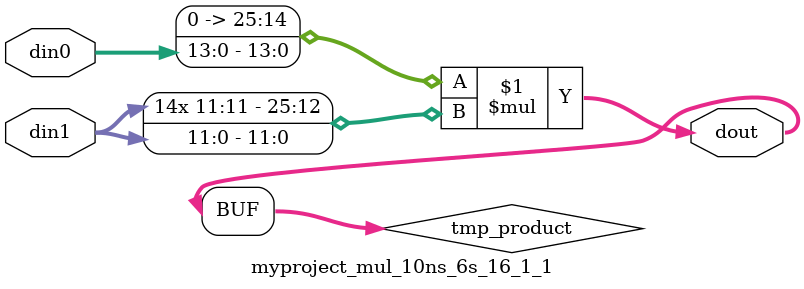
<source format=v>

`timescale 1 ns / 1 ps

 module myproject_mul_10ns_6s_16_1_1(din0, din1, dout);
parameter ID = 1;
parameter NUM_STAGE = 0;
parameter din0_WIDTH = 14;
parameter din1_WIDTH = 12;
parameter dout_WIDTH = 26;

input [din0_WIDTH - 1 : 0] din0; 
input [din1_WIDTH - 1 : 0] din1; 
output [dout_WIDTH - 1 : 0] dout;

wire signed [dout_WIDTH - 1 : 0] tmp_product;

























assign tmp_product = $signed({1'b0, din0}) * $signed(din1);










assign dout = tmp_product;





















endmodule

</source>
